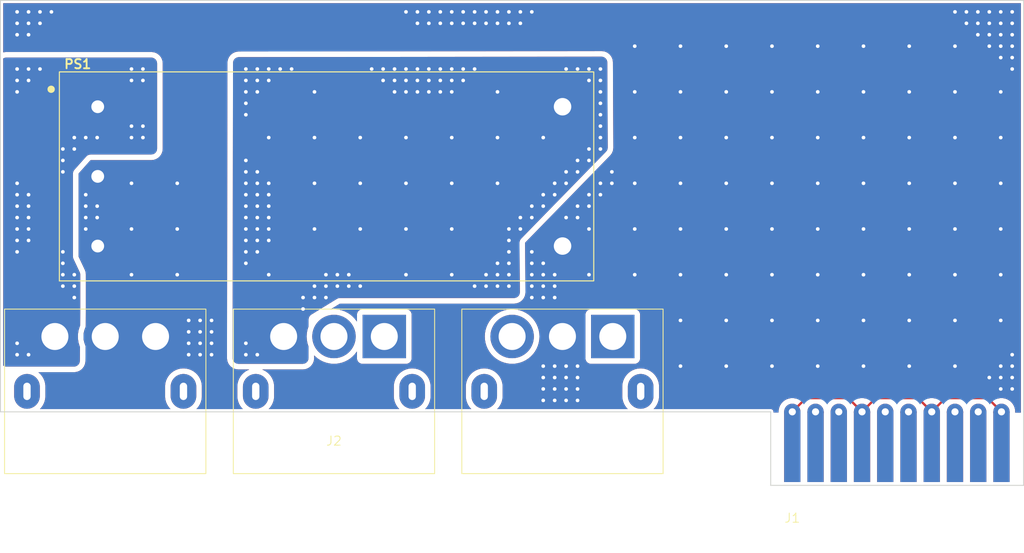
<source format=kicad_pcb>
(kicad_pcb (version 20240108) (generator "pcbnew") (generator_version "8.0")
  (layers (0 "F.Cu" signal) (31 "B.Cu" signal) (34 "B.Paste" user) (35 "F.Paste" user) (36 "B.SilkS" user "B.Silkscreen") (37 "F.SilkS" user "F.Silkscreen") (38 "B.Mask" user) (39 "F.Mask" user) (44 "Edge.Cuts" user))
  (net 0 "")
  (net 1 "GND1")
  (net 6 "/48v")
  (net 8 "GND2")
  (net 10 "/12v_1")
  (footprint "2024-power:Murata DCE0133V2NBC" (layer "F.Cu") (at 92.12 62.815)
    (property "Reference" "PS1" (at 2 -0.85 0) (layer "F.SilkS") (effects (font (thickness 0.2) (bold yes))))
    (property "Value" "DCE0133V2NBC")
    (fp_rect (start 0 22.86) (end 58.4 0) (stroke (width 0.12)) (fill none) (layer "F.SilkS"))
    (fp_circle (center -0.9 1.9) (end -0.7 1.9) (stroke (width 0.4)) (fill none) (layer "F.SilkS"))
    (pad "1" thru_hole rect (at 4.19 3.81) (size 2.1 2.1) (drill 1.4) (layers "*.Cu" "*.Mask") (net 6 "/48v"))
    (pad "2" thru_hole circle (at 4.19 11.43) (size 2.1 2.1) (drill 1.4) (layers "*.Cu" "*.Mask") (net 8 "GND2"))
    (pad "3" thru_hole circle (at 4.19 19.05) (size 2.1 2.1) (drill 1.4) (layers "*.Cu" "*.Mask") (net 8 "GND2"))
    (pad "4" thru_hole circle (at 54.99 19.05) (size 2.61 2.61) (drill 1.91) (layers "*.Cu" "*.Mask") (net 8 "GND2"))
    (pad "8" thru_hole circle (at 54.99 3.81) (size 2.61 2.61) (drill 1.91) (layers "*.Cu" "*.Mask") (net 10 "/12v_1"))
  )
  (footprint "2024-backplane:MR60PW-M_X3" (layer "F.Cu") (at 122.13 91.76)
    (property "Reference" "J2" (at 0 11.43 0) (layer "F.SilkS") (effects (font (thickness 0.1))))
    (property "Value" "~")
    (fp_rect (start -36 -3) (end -14 15) (stroke (width 0.1)) (fill none) (layer "F.SilkS"))
    (fp_rect (start -11 -3) (end 11 15) (stroke (width 0.1)) (fill none) (layer "F.SilkS"))
    (fp_rect (start 13.97 -3) (end 35.97 15) (stroke (width 0.1)) (fill none) (layer "F.SilkS"))
    (pad "" thru_hole oval (at -33.55 6) (size 2.8 3.8) (drill oval 0.8 1.9) (layers "*.Cu" "*.Mask"))
    (pad "" thru_hole oval (at -16.45 6) (size 2.8 3.8) (drill oval 0.8 1.9) (layers "*.Cu" "*.Mask"))
    (pad "" thru_hole oval (at -8.55 6) (size 2.8 3.8) (drill oval 0.8 1.9) (layers "*.Cu" "*.Mask"))
    (pad "" thru_hole oval (at 8.55 6) (size 2.8 3.8) (drill oval 0.8 1.9) (layers "*.Cu" "*.Mask"))
    (pad "" thru_hole oval (at 16.42 6) (size 2.8 3.8) (drill oval 0.8 1.9) (layers "*.Cu" "*.Mask"))
    (pad "" thru_hole oval (at 33.52 6) (size 2.8 3.8) (drill oval 0.8 1.9) (layers "*.Cu" "*.Mask"))
    (pad "1" thru_hole circle (at -30.5 0) (size 4.75 4.75) (drill 2.95) (layers "*.Cu" "*.Mask") (net 6 "/48v"))
    (pad "2" thru_hole circle (at -25 0) (size 4.75 4.75) (drill 2.95) (layers "*.Cu" "*.Mask") (net 8 "GND2"))
    (pad "3" thru_hole rect (at -19.5 0) (size 4.75 4.75) (drill 2.95) (layers "*.Cu" "*.Mask") (net 8 "GND2"))
    (pad "4" thru_hole circle (at -5.5 0) (size 4.75 4.75) (drill 2.95) (layers "*.Cu" "*.Mask") (net 10 "/12v_1"))
    (pad "5" thru_hole circle (at 0 0) (size 4.75 4.75) (drill 2.95) (layers "*.Cu" "*.Mask"))
    (pad "6" thru_hole rect (at 5.5 0) (size 4.75 4.75) (drill 2.95) (layers "*.Cu" "*.Mask"))
    (pad "7" thru_hole circle (at 19.47 0) (size 4.75 4.75) (drill 2.95) (layers "*.Cu" "*.Mask"))
    (pad "8" thru_hole circle (at 24.97 0) (size 4.75 4.75) (drill 2.95) (layers "*.Cu" "*.Mask") (net 8 "GND2"))
    (pad "9" thru_hole rect (at 30.47 0) (size 4.75 4.75) (drill 2.95) (layers "*.Cu" "*.Mask"))
  )
  (footprint "2024-backplane:CardEdge_2x10" (layer "F.Cu") (at 172.22 104)
    (property "Reference" "J1" (at 0 7.62 0) (layer "F.SilkS") (effects (font (thickness 0.1))))
    (property "Value" "Conn_01x10_Pin")
    (pad "1" thru_hole circle (at 0 -4 180) (size 1.78 1.78) (drill 0.78) (layers "*.Cu" "*.Mask") (net 1 "GND1"))
    (pad "1" smd rect (at 0 -0.17 180) (size 1.78 7.7) (layers "F.Cu" "F.Paste" "F.Mask") (net 1 "GND1"))
    (pad "1" smd rect (at 0 -0.17) (size 1.78 7.7) (layers "B.Cu" "B.Paste" "B.Mask") (net 1 "GND1"))
    (pad "2" thru_hole circle (at 2.54 -4 180) (size 1.78 1.78) (drill 0.78) (layers "*.Cu" "*.Mask"))
    (pad "2" smd rect (at 2.54 -0.17 180) (size 1.78 7.7) (layers "F.Cu" "F.Paste" "F.Mask"))
    (pad "2" smd rect (at 2.54 -0.17) (size 1.78 7.7) (layers "B.Cu" "B.Paste" "B.Mask"))
    (pad "3" thru_hole circle (at 5.08 -4 180) (size 1.78 1.78) (drill 0.78) (layers "*.Cu" "*.Mask"))
    (pad "3" smd rect (at 5.08 -0.17 180) (size 1.78 7.7) (layers "F.Cu" "F.Paste" "F.Mask"))
    (pad "3" smd rect (at 5.08 -0.17) (size 1.78 7.7) (layers "B.Cu" "B.Paste" "B.Mask"))
    (pad "4" thru_hole circle (at 7.62 -4 180) (size 1.78 1.78) (drill 0.78) (layers "*.Cu" "*.Mask") (net 1 "GND1"))
    (pad "4" smd rect (at 7.62 -0.17 180) (size 1.78 7.7) (layers "F.Cu" "F.Paste" "F.Mask") (net 1 "GND1"))
    (pad "4" smd rect (at 7.62 -0.17) (size 1.78 7.7) (layers "B.Cu" "B.Paste" "B.Mask") (net 1 "GND1"))
    (pad "5" thru_hole circle (at 10.16 -4 180) (size 1.78 1.78) (drill 0.78) (layers "*.Cu" "*.Mask"))
    (pad "5" smd rect (at 10.16 -0.17 180) (size 1.78 7.7) (layers "F.Cu" "F.Paste" "F.Mask"))
    (pad "5" smd rect (at 10.16 -0.17) (size 1.78 7.7) (layers "B.Cu" "B.Paste" "B.Mask"))
    (pad "6" thru_hole circle (at 12.7 -4 180) (size 1.78 1.78) (drill 0.78) (layers "*.Cu" "*.Mask"))
    (pad "6" smd rect (at 12.7 -0.17 180) (size 1.78 7.7) (layers "F.Cu" "F.Paste" "F.Mask"))
    (pad "6" smd rect (at 12.7 -0.17) (size 1.78 7.7) (layers "B.Cu" "B.Paste" "B.Mask"))
    (pad "7" thru_hole circle (at 15.24 -4 180) (size 1.78 1.78) (drill 0.78) (layers "*.Cu" "*.Mask") (net 1 "GND1"))
    (pad "7" smd rect (at 15.24 -0.17 180) (size 1.78 7.7) (layers "F.Cu" "F.Paste" "F.Mask") (net 1 "GND1"))
    (pad "7" smd rect (at 15.24 -0.17) (size 1.78 7.7) (layers "B.Cu" "B.Paste" "B.Mask") (net 1 "GND1"))
    (pad "8" thru_hole circle (at 17.78 -4 180) (size 1.78 1.78) (drill 0.78) (layers "*.Cu" "*.Mask"))
    (pad "8" smd rect (at 17.78 -0.17 180) (size 1.78 7.7) (layers "F.Cu" "F.Paste" "F.Mask"))
    (pad "8" smd rect (at 17.78 -0.17) (size 1.78 7.7) (layers "B.Cu" "B.Paste" "B.Mask"))
    (pad "9" thru_hole circle (at 20.32 -4 180) (size 1.78 1.78) (drill 0.78) (layers "*.Cu" "*.Mask"))
    (pad "9" smd rect (at 20.32 -0.17 180) (size 1.78 7.7) (layers "F.Cu" "F.Paste" "F.Mask"))
    (pad "9" smd rect (at 20.32 -0.17) (size 1.78 7.7) (layers "B.Cu" "B.Paste" "B.Mask"))
    (pad "10" thru_hole circle (at 22.86 -4 180) (size 1.78 1.78) (drill 0.78) (layers "*.Cu" "*.Mask") (net 1 "GND1"))
    (pad "10" smd rect (at 22.86 -0.17 180) (size 1.78 7.7) (layers "F.Cu" "F.Paste" "F.Mask") (net 1 "GND1"))
    (pad "10" smd rect (at 22.86 -0.17) (size 1.78 7.7) (layers "B.Cu" "B.Paste" "B.Mask") (net 1 "GND1"))
  )
  (gr_line (start 197.5 108.042) (end 169.86 108.042) (stroke (width 0.1)) (layer "Edge.Cuts"))
  (gr_line (start 197.5 108.042) (end 197.5 100) (stroke (width 0.1)) (layer "Edge.Cuts"))
  (gr_line (start 85.68 100) (end 85.68 55) (stroke (width 0.1)) (layer "Edge.Cuts"))
  (gr_line (start 85.68 55) (end 197.5 55) (stroke (width 0.1)) (layer "Edge.Cuts"))
  (gr_line (start 169.86 100) (end 85.68 100) (stroke (width 0.1)) (layer "Edge.Cuts"))
  (gr_line (start 197.5 100) (end 197.5 55) (stroke (width 0.1)) (layer "Edge.Cuts"))
  (gr_line (start 169.86 108.042) (end 169.86 100) (stroke (width 0.1)) (layer "Edge.Cuts"))
  (segment (start 193.58 98.5) (end 188.96 98.5) (width 0.25) (layer "F.Cu") (net 1))
  (segment (start 188.96 98.5) (end 187.46 100) (width 0.25) (layer "F.Cu") (net 1))
  (segment (start 185.96 98.5) (end 181.34 98.5) (width 0.25) (layer "F.Cu") (net 1))
  (segment (start 179.84 100) (end 178.34 98.5) (width 0.25) (layer "F.Cu") (net 1))
  (segment (start 195.08 100) (end 193.58 98.5) (width 0.25) (layer "F.Cu") (net 1))
  (segment (start 173.72 98.5) (end 172.22 100) (width 0.25) (layer "F.Cu") (net 1))
  (segment (start 187.46 100) (end 185.96 98.5) (width 0.25) (layer "F.Cu") (net 1))
  (segment (start 178.34 98.5) (end 173.72 98.5) (width 0.25) (layer "F.Cu") (net 1))
  (segment (start 181.34 98.5) (end 179.84 100) (width 0.25) (layer "F.Cu") (net 1))
  (via (at 88.75 63.75) (size 0.8) (drill 0.4) (layers "F.Cu" "B.Cu") (net 6))
  (via (at 92.5 86.25) (size 0.8) (drill 0.4) (layers "F.Cu" "B.Cu") (net 6))
  (via (at 93.75 71.25) (size 0.8) (drill 0.4) (layers "F.Cu" "B.Cu") (net 6))
  (via (at 88.75 78.75) (size 0.8) (drill 0.4) (layers "F.Cu" "B.Cu") (net 6))
  (via (at 88.75 77.5) (size 0.8) (drill 0.4) (layers "F.Cu" "B.Cu") (net 6))
  (via (at 87.5 93.75) (size 0.8) (drill 0.4) (layers "F.Cu" "B.Cu") (net 6))
  (via (at 87.5 76.25) (size 0.8) (drill 0.4) (layers "F.Cu" "B.Cu") (net 6))
  (via (at 101.25 68.75) (size 0.8) (drill 0.4) (layers "F.Cu" "B.Cu") (net 6))
  (via (at 100 63.75) (size 0.8) (drill 0.4) (layers "F.Cu" "B.Cu") (net 6))
  (via (at 87.5 65) (size 0.8) (drill 0.4) (layers "F.Cu" "B.Cu") (net 6))
  (via (at 88.75 76.25) (size 0.8) (drill 0.4) (layers "F.Cu" "B.Cu") (net 6))
  (via (at 101.25 62.5) (size 0.8) (drill 0.4) (layers "F.Cu" "B.Cu") (net 6))
  (via (at 92.5 82.5) (size 0.8) (drill 0.4) (layers "F.Cu" "B.Cu") (net 6))
  (via (at 87.5 77.5) (size 0.8) (drill 0.4) (layers "F.Cu" "B.Cu") (net 6))
  (via (at 87.5 75) (size 0.8) (drill 0.4) (layers "F.Cu" "B.Cu") (net 6))
  (via (at 90 62.5) (size 0.8) (drill 0.4) (layers "F.Cu" "B.Cu") (net 6))
  (via (at 93.75 70) (size 0.8) (drill 0.4) (layers "F.Cu" "B.Cu") (net 6))
  (via (at 93.75 87.5) (size 0.8) (drill 0.4) (layers "F.Cu" "B.Cu") (net 6))
  (via (at 88.75 93.75) (size 0.8) (drill 0.4) (layers "F.Cu" "B.Cu") (net 6))
  (via (at 101.25 70) (size 0.8) (drill 0.4) (layers "F.Cu" "B.Cu") (net 6))
  (via (at 87.5 63.75) (size 0.8) (drill 0.4) (layers "F.Cu" "B.Cu") (net 6))
  (via (at 95 70) (size 0.8) (drill 0.4) (layers "F.Cu" "B.Cu") (net 6))
  (via (at 87.5 78.75) (size 0.8) (drill 0.4) (layers "F.Cu" "B.Cu") (net 6))
  (via (at 88.75 62.5) (size 0.8) (drill 0.4) (layers "F.Cu" "B.Cu") (net 6))
  (via (at 87.5 81.25) (size 0.8) (drill 0.4) (layers "F.Cu" "B.Cu") (net 6))
  (via (at 87.5 80) (size 0.8) (drill 0.4) (layers "F.Cu" "B.Cu") (net 6))
  (via (at 92.5 73.75) (size 0.8) (drill 0.4) (layers "F.Cu" "B.Cu") (net 6))
  (via (at 96.25 70) (size 0.8) (drill 0.4) (layers "F.Cu" "B.Cu") (net 6))
  (via (at 88.75 80) (size 0.8) (drill 0.4) (layers "F.Cu" "B.Cu") (net 6))
  (via (at 87.5 82.5) (size 0.8) (drill 0.4) (layers "F.Cu" "B.Cu") (net 6))
  (via (at 87.5 62.5) (size 0.8) (drill 0.4) (layers "F.Cu" "B.Cu") (net 6))
  (via (at 92.5 72.5) (size 0.8) (drill 0.4) (layers "F.Cu" "B.Cu") (net 6))
  (via (at 100 62.5) (size 0.8) (drill 0.4) (layers "F.Cu" "B.Cu") (net 6))
  (via (at 92.5 85) (size 0.8) (drill 0.4) (layers "F.Cu" "B.Cu") (net 6))
  (via (at 100 70) (size 0.8) (drill 0.4) (layers "F.Cu" "B.Cu") (net 6))
  (via (at 93.75 85) (size 0.8) (drill 0.4) (layers "F.Cu" "B.Cu") (net 6))
  (via (at 92.5 71.25) (size 0.8) (drill 0.4) (layers "F.Cu" "B.Cu") (net 6))
  (via (at 93.75 86.25) (size 0.8) (drill 0.4) (layers "F.Cu" "B.Cu") (net 6))
  (via (at 87.5 92.5) (size 0.8) (drill 0.4) (layers "F.Cu" "B.Cu") (net 6))
  (via (at 100 68.75) (size 0.8) (drill 0.4) (layers "F.Cu" "B.Cu") (net 6))
  (via (at 88.75 81.25) (size 0.8) (drill 0.4) (layers "F.Cu" "B.Cu") (net 6))
  (via (at 92.5 83.75) (size 0.8) (drill 0.4) (layers "F.Cu" "B.Cu") (net 6))
  (via (at 101.25 63.75) (size 0.8) (drill 0.4) (layers "F.Cu" "B.Cu") (net 6))
  (via (at 196.25 97.5) (size 0.8) (drill 0.4) (layers "F.Cu" "B.Cu") (net 8))
  (via (at 185 70) (size 0.8) (drill 0.4) (layers "F.Cu" "B.Cu") (net 8))
  (via (at 150 77.5) (size 0.8) (drill 0.4) (layers "F.Cu" "B.Cu") (net 8))
  (via (at 175 60) (size 0.8) (drill 0.4) (layers "F.Cu" "B.Cu") (net 8))
  (via (at 145 97.5) (size 0.8) (drill 0.4) (layers "F.Cu" "B.Cu") (net 8))
  (via (at 196.25 58.75) (size 0.8) (drill 0.4) (layers "F.Cu" "B.Cu") (net 8))
  (via (at 106.25 90) (size 0.8) (drill 0.4) (layers "F.Cu" "B.Cu") (net 8))
  (via (at 196.25 62.5) (size 0.8) (drill 0.4) (layers "F.Cu" "B.Cu") (net 8))
  (via (at 180 70) (size 0.8) (drill 0.4) (layers "F.Cu" "B.Cu") (net 8))
  (via (at 165 65) (size 0.8) (drill 0.4) (layers "F.Cu" "B.Cu") (net 8))
  (via (at 146.25 85) (size 0.8) (drill 0.4) (layers "F.Cu" "B.Cu") (net 8))
  (via (at 147.5 98.75) (size 0.8) (drill 0.4) (layers "F.Cu" "B.Cu") (net 8))
  (via (at 195 97.5) (size 0.8) (drill 0.4) (layers "F.Cu" "B.Cu") (net 8))
  (via (at 155 80) (size 0.8) (drill 0.4) (layers "F.Cu" "B.Cu") (net 8))
  (via (at 180 75) (size 0.8) (drill 0.4) (layers "F.Cu" "B.Cu") (net 8))
  (via (at 155 75) (size 0.8) (drill 0.4) (layers "F.Cu" "B.Cu") (net 8))
  (via (at 146.25 97.5) (size 0.8) (drill 0.4) (layers "F.Cu" "B.Cu") (net 8))
  (via (at 142.5 56.25) (size 0.8) (drill 0.4) (layers "F.Cu" "B.Cu") (net 8))
  (via (at 190 56.25) (size 0.8) (drill 0.4) (layers "F.Cu" "B.Cu") (net 8))
  (via (at 185 85) (size 0.8) (drill 0.4) (layers "F.Cu" "B.Cu") (net 8))
  (via (at 170 95) (size 0.8) (drill 0.4) (layers "F.Cu" "B.Cu") (net 8))
  (via (at 185 80) (size 0.8) (drill 0.4) (layers "F.Cu" "B.Cu") (net 8))
  (via (at 108.75 90) (size 0.8) (drill 0.4) (layers "F.Cu" "B.Cu") (net 8))
  (via (at 148.75 96.25) (size 0.8) (drill 0.4) (layers "F.Cu" "B.Cu") (net 8))
  (via (at 155 85) (size 0.8) (drill 0.4) (layers "F.Cu" "B.Cu") (net 8))
  (via (at 195 75) (size 0.8) (drill 0.4) (layers "F.Cu" "B.Cu") (net 8))
  (via (at 185 95) (size 0.8) (drill 0.4) (layers "F.Cu" "B.Cu") (net 8))
  (via (at 141.25 56.25) (size 0.8) (drill 0.4) (layers "F.Cu" "B.Cu") (net 8))
  (via (at 152.5 73.75) (size 0.8) (drill 0.4) (layers "F.Cu" "B.Cu") (net 8))
  (via (at 90 56.25) (size 0.8) (drill 0.4) (layers "F.Cu" "B.Cu") (net 8))
  (via (at 185 65) (size 0.8) (drill 0.4) (layers "F.Cu" "B.Cu") (net 8))
  (via (at 100 75) (size 0.8) (drill 0.4) (layers "F.Cu" "B.Cu") (net 8))
  (via (at 136.25 56.25) (size 0.8) (drill 0.4) (layers "F.Cu" "B.Cu") (net 8))
  (via (at 195 65) (size 0.8) (drill 0.4) (layers "F.Cu" "B.Cu") (net 8))
  (via (at 175 85) (size 0.8) (drill 0.4) (layers "F.Cu" "B.Cu") (net 8))
  (via (at 108.75 92.5) (size 0.8) (drill 0.4) (layers "F.Cu" "B.Cu") (net 8))
  (via (at 105 75) (size 0.8) (drill 0.4) (layers "F.Cu" "B.Cu") (net 8))
  (via (at 196.25 95) (size 0.8) (drill 0.4) (layers "F.Cu" "B.Cu") (net 8))
  (via (at 193.75 57.5) (size 0.8) (drill 0.4) (layers "F.Cu" "B.Cu") (net 8))
  (via (at 146.25 96.25) (size 0.8) (drill 0.4) (layers "F.Cu" "B.Cu") (net 8))
  (via (at 195 70) (size 0.8) (drill 0.4) (layers "F.Cu" "B.Cu") (net 8))
  (via (at 196.25 57.5) (size 0.8) (drill 0.4) (layers "F.Cu" "B.Cu") (net 8))
  (via (at 165 70) (size 0.8) (drill 0.4) (layers "F.Cu" "B.Cu") (net 8))
  (via (at 180 85) (size 0.8) (drill 0.4) (layers "F.Cu" "B.Cu") (net 8))
  (via (at 196.25 93.75) (size 0.8) (drill 0.4) (layers "F.Cu" "B.Cu") (net 8))
  (via (at 195 96.25) (size 0.8) (drill 0.4) (layers "F.Cu" "B.Cu") (net 8))
  (via (at 143.75 56.25) (size 0.8) (drill 0.4) (layers "F.Cu" "B.Cu") (net 8))
  (via (at 190 90) (size 0.8) (drill 0.4) (layers "F.Cu" "B.Cu") (net 8))
  (via (at 136.25 57.5) (size 0.8) (drill 0.4) (layers "F.Cu" "B.Cu") (net 8))
  (via (at 107.5 92.5) (size 0.8) (drill 0.4) (layers "F.Cu" "B.Cu") (net 8))
  (via (at 87.5 58.75) (size 0.8) (drill 0.4) (layers "F.Cu" "B.Cu") (net 8))
  (via (at 135 56.25) (size 0.8) (drill 0.4) (layers "F.Cu" "B.Cu") (net 8))
  (via (at 141.25 57.5) (size 0.8) (drill 0.4) (layers "F.Cu" "B.Cu") (net 8))
  (via (at 143.75 87.5) (size 0.8) (drill 0.4) (layers "F.Cu" "B.Cu") (net 8))
  (via (at 195 60) (size 0.8) (drill 0.4) (layers "F.Cu" "B.Cu") (net 8))
  (via (at 195 56.25) (size 0.8) (drill 0.4) (layers "F.Cu" "B.Cu") (net 8))
  (via (at 147.5 78.75) (size 0.8) (drill 0.4) (layers "F.Cu" "B.Cu") (net 8))
  (via (at 175 65) (size 0.8) (drill 0.4) (layers "F.Cu" "B.Cu") (net 8))
  (via (at 190 65) (size 0.8) (drill 0.4) (layers "F.Cu" "B.Cu") (net 8))
  (via (at 88.75 58.75) (size 0.8) (drill 0.4) (layers "F.Cu" "B.Cu") (net 8))
  (via (at 150 76.25) (size 0.8) (drill 0.4) (layers "F.Cu" "B.Cu") (net 8))
  (via (at 170 85) (size 0.8) (drill 0.4) (layers "F.Cu" "B.Cu") (net 8))
  (via (at 140 57.5) (size 0.8) (drill 0.4) (layers "F.Cu" "B.Cu") (net 8))
  (via (at 135 57.5) (size 0.8) (drill 0.4) (layers "F.Cu" "B.Cu") (net 8))
  (via (at 190 95) (size 0.8) (drill 0.4) (layers "F.Cu" "B.Cu") (net 8))
  (via (at 175 70) (size 0.8) (drill 0.4) (layers "F.Cu" "B.Cu") (net 8))
  (via (at 100 85) (size 0.8) (drill 0.4) (layers "F.Cu" "B.Cu") (net 8))
  (via (at 193.75 60) (size 0.8) (drill 0.4) (layers "F.Cu" "B.Cu") (net 8))
  (via (at 95 77.5) (size 0.8) (drill 0.4) (layers "F.Cu" "B.Cu") (net 8))
  (via (at 143.75 86.25) (size 0.8) (drill 0.4) (layers "F.Cu" "B.Cu") (net 8))
  (via (at 88.75 56.25) (size 0.8) (drill 0.4) (layers "F.Cu" "B.Cu") (net 8))
  (via (at 165 95) (size 0.8) (drill 0.4) (layers "F.Cu" "B.Cu") (net 8))
  (via (at 165 90) (size 0.8) (drill 0.4) (layers "F.Cu" "B.Cu") (net 8))
  (via (at 196.25 96.25) (size 0.8) (drill 0.4) (layers "F.Cu" "B.Cu") (net 8))
  (via (at 107.5 93.75) (size 0.8) (drill 0.4) (layers "F.Cu" "B.Cu") (net 8))
  (via (at 170 60) (size 0.8) (drill 0.4) (layers "F.Cu" "B.Cu") (net 8))
  (via (at 195 95) (size 0.8) (drill 0.4) (layers "F.Cu" "B.Cu") (net 8))
  (via (at 165 60) (size 0.8) (drill 0.4) (layers "F.Cu" "B.Cu") (net 8))
  (via (at 165 75) (size 0.8) (drill 0.4) (layers "F.Cu" "B.Cu") (net 8))
  (via (at 140 56.25) (size 0.8) (drill 0.4) (layers "F.Cu" "B.Cu") (net 8))
  (via (at 180 80) (size 0.8) (drill 0.4) (layers "F.Cu" "B.Cu") (net 8))
  (via (at 170 65) (size 0.8) (drill 0.4) (layers "F.Cu" "B.Cu") (net 8))
  (via (at 193.75 58.75) (size 0.8) (drill 0.4) (layers "F.Cu" "B.Cu") (net 8))
  (via (at 191.25 56.25) (size 0.8) (drill 0.4) (layers "F.Cu" "B.Cu") (net 8))
  (via (at 133.75 57.5) (size 0.8) (drill 0.4) (layers "F.Cu" "B.Cu") (net 8))
  (via (at 131.25 56.25) (size 0.8) (drill 0.4) (layers "F.Cu" "B.Cu") (net 8))
  (via (at 180 95) (size 0.8) (drill 0.4) (layers "F.Cu" "B.Cu") (net 8))
  (via (at 175 90) (size 0.8) (drill 0.4) (layers "F.Cu" "B.Cu") (net 8))
  (via (at 155 60) (size 0.8) (drill 0.4) (layers "F.Cu" "B.Cu") (net 8))
  (via (at 108.75 91.25) (size 0.8) (drill 0.4) (layers "F.Cu" "B.Cu") (net 8))
  (via (at 185 90) (size 0.8) (drill 0.4) (layers "F.Cu" "B.Cu") (net 8))
  (via (at 95 80) (size 0.8) (drill 0.4) (layers "F.Cu" "B.Cu") (net 8))
  (via (at 95 76.25) (size 0.8) (drill 0.4) (layers "F.Cu" "B.Cu") (net 8))
  (via (at 185 75) (size 0.8) (drill 0.4) (layers "F.Cu" "B.Cu") (net 8))
  (via (at 96.25 77.5) (size 0.8) (drill 0.4) (layers "F.Cu" "B.Cu") (net 8))
  (via (at 196.25 56.25) (size 0.8) (drill 0.4) (layers "F.Cu" "B.Cu") (net 8))
  (via (at 145 83.75) (size 0.8) (drill 0.4) (layers "F.Cu" "B.Cu") (net 8))
  (via (at 148.75 95) (size 0.8) (drill 0.4) (layers "F.Cu" "B.Cu") (net 8))
  (via (at 160 70) (size 0.8) (drill 0.4) (layers "F.Cu" "B.Cu") (net 8))
  (via (at 133.75 56.25) (size 0.8) (drill 0.4) (layers "F.Cu" "B.Cu") (net 8))
  (via (at 132.5 57.5) (size 0.8) (drill 0.4) (layers "F.Cu" "B.Cu") (net 8))
  (via (at 196.25 60) (size 0.8) (drill 0.4) (layers "F.Cu" "B.Cu") (net 8))
  (via (at 147.5 95) (size 0.8) (drill 0.4) (layers "F.Cu" "B.Cu") (net 8))
  (via (at 190 70) (size 0.8) (drill 0.4) (layers "F.Cu" "B.Cu") (net 8))
  (via (at 160 85) (size 0.8) (drill 0.4) (layers "F.Cu" "B.Cu") (net 8))
  (via (at 155 70) (size 0.8) (drill 0.4) (layers "F.Cu" "B.Cu") (net 8))
  (via (at 137.5 56.25) (size 0.8) (drill 0.4) (layers "F.Cu" "B.Cu") (net 8))
  (via (at 165 85) (size 0.8) (drill 0.4) (layers "F.Cu" "B.Cu") (net 8))
  (via (at 150 85) (size 0.8) (drill 0.4) (layers "F.Cu" "B.Cu") (net 8))
  (via (at 87.5 56.25) (size 0.8) (drill 0.4) (layers "F.Cu" "B.Cu") (net 8))
  (via (at 131.25 57.5) (size 0.8) (drill 0.4) (layers "F.Cu" "B.Cu") (net 8))
  (via (at 148.75 97.5) (size 0.8) (drill 0.4) (layers "F.Cu" "B.Cu") (net 8))
  (via (at 180 65) (size 0.8) (drill 0.4) (layers "F.Cu" "B.Cu") (net 8))
  (via (at 148.75 78.75) (size 0.8) (drill 0.4) (layers "F.Cu" "B.Cu") (net 8))
  (via (at 88.75 57.5) (size 0.8) (drill 0.4) (layers "F.Cu" "B.Cu") (net 8))
  (via (at 196.25 61.25) (size 0.8) (drill 0.4) (layers "F.Cu" "B.Cu") (net 8))
  (via (at 190 85) (size 0.8) (drill 0.4) (layers "F.Cu" "B.Cu") (net 8))
  (via (at 147.5 96.25) (size 0.8) (drill 0.4) (layers "F.Cu" "B.Cu") (net 8))
  (via (at 180 90) (size 0.8) (drill 0.4) (layers "F.Cu" "B.Cu") (net 8))
  (via (at 195 61.25) (size 0.8) (drill 0.4) (layers "F.Cu" "B.Cu") (net 8))
  (via (at 160 80) (size 0.8) (drill 0.4) (layers "F.Cu" "B.Cu") (net 8))
  (via (at 160 60) (size 0.8) (drill 0.4) (layers "F.Cu" "B.Cu") (net 8))
  (via (at 155 65) (size 0.8) (drill 0.4) (layers "F.Cu" "B.Cu") (net 8))
  (via (at 195 80) (size 0.8) (drill 0.4) (layers "F.Cu" "B.Cu") (net 8))
  (via (at 193.75 56.25) (size 0.8) (drill 0.4) (layers "F.Cu" "B.Cu") (net 8))
  (via (at 195 90) (size 0.8) (drill 0.4) (layers "F.Cu" "B.Cu") (net 8))
  (via (at 90 57.5) (size 0.8) (drill 0.4) (layers "F.Cu" "B.Cu") (net 8))
  (via (at 145 96.25) (size 0.8) (drill 0.4) (layers "F.Cu" "B.Cu") (net 8))
  (via (at 165 80) (size 0.8) (drill 0.4) (layers "F.Cu" "B.Cu") (net 8))
  (via (at 95 78.75) (size 0.8) (drill 0.4) (layers "F.Cu" "B.Cu") (net 8))
  (via (at 105 80) (size 0.8) (drill 0.4) (layers "F.Cu" "B.Cu") (net 8))
  (via (at 193.75 96.25) (size 0.8) (drill 0.4) (layers "F.Cu" "B.Cu") (net 8))
  (via (at 170 75) (size 0.8) (drill 0.4) (layers "F.Cu" "B.Cu") (net 8))
  (via (at 143.75 85) (size 0.8) (drill 0.4) (layers "F.Cu" "B.Cu") (net 8))
  (via (at 195 57.5) (size 0.8) (drill 0.4) (layers "F.Cu" "B.Cu") (net 8))
  (via (at 175 95) (size 0.8) (drill 0.4) (layers "F.Cu" "B.Cu") (net 8))
  (via (at 142.5 57.5) (size 0.8) (drill 0.4) (layers "F.Cu" "B.Cu") (net 8))
  (via (at 146.25 87.5) (size 0.8) (drill 0.4) (layers "F.Cu" "B.Cu") (net 8))
  (via (at 137.5 57.5) (size 0.8) (drill 0.4) (layers "F.Cu" "B.Cu") (net 8))
  (via (at 175 75) (size 0.8) (drill 0.4) (layers "F.Cu" "B.Cu") (net 8))
  (via (at 192.5 58.75) (size 0.8) (drill 0.4) (layers "F.Cu" "B.Cu") (net 8))
  (via (at 107.5 90) (size 0.8) (drill 0.4) (layers "F.Cu" "B.Cu") (net 8))
  (via (at 145 95) (size 0.8) (drill 0.4) (layers "F.Cu" "B.Cu") (net 8))
  (via (at 192.5 57.5) (size 0.8) (drill 0.4) (layers "F.Cu" "B.Cu") (net 8))
  (via (at 138.75 57.5) (size 0.8) (drill 0.4) (layers "F.Cu" "B.Cu") (net 8))
  (via (at 151.25 76.25) (size 0.8) (drill 0.4) (layers "F.Cu" "B.Cu") (net 8))
  (via (at 180 60) (size 0.8) (drill 0.4) (layers "F.Cu" "B.Cu") (net 8))
  (via (at 143.75 83.75) (size 0.8) (drill 0.4) (layers "F.Cu" "B.Cu") (net 8))
  (via (at 150 80) (size 0.8) (drill 0.4) (layers "F.Cu" "B.Cu") (net 8))
  (via (at 132.5 56.25) (size 0.8) (drill 0.4) (layers "F.Cu" "B.Cu") (net 8))
  (via (at 190 75) (size 0.8) (drill 0.4) (layers "F.Cu" "B.Cu") (net 8))
  (via (at 175 80) (size 0.8) (drill 0.4) (layers "F.Cu" "B.Cu") (net 8))
  (via (at 160 65) (size 0.8) (drill 0.4) (layers "F.Cu" "B.Cu") (net 8))
  (via (at 96.25 78.75) (size 0.8) (drill 0.4) (layers "F.Cu" "B.Cu") (net 8))
  (via (at 191.25 57.5) (size 0.8) (drill 0.4) (layers "F.Cu" "B.Cu") (net 8))
  (via (at 145 87.5) (size 0.8) (drill 0.4) (layers "F.Cu" "B.Cu") (net 8))
  (via (at 108.75 93.75) (size 0.8) (drill 0.4) (layers "F.Cu" "B.Cu") (net 8))
  (via (at 146.25 98.75) (size 0.8) (drill 0.4) (layers "F.Cu" "B.Cu") (net 8))
  (via (at 106.25 93.75) (size 0.8) (drill 0.4) (layers "F.Cu" "B.Cu") (net 8))
  (via (at 106.25 91.25) (size 0.8) (drill 0.4) (layers "F.Cu" "B.Cu") (net 8))
  (via (at 160 90) (size 0.8) (drill 0.4) (layers "F.Cu" "B.Cu") (net 8))
  (via (at 100 80) (size 0.8) (drill 0.4) (layers "F.Cu" "B.Cu") (net 8))
  (via (at 107.5 91.25) (size 0.8) (drill 0.4) (layers "F.Cu" "B.Cu") (net 8))
  (via (at 148.75 77.5) (size 0.8) (drill 0.4) (layers "F.Cu" "B.Cu") (net 8))
  (via (at 87.5 57.5) (size 0.8) (drill 0.4) (layers "F.Cu" "B.Cu") (net 8))
  (via (at 195 58.75) (size 0.8) (drill 0.4) (layers "F.Cu" "B.Cu") (net 8))
  (via (at 147.5 97.5) (size 0.8) (drill 0.4) (layers "F.Cu" "B.Cu") (net 8))
  (via (at 145 86.25) (size 0.8) (drill 0.4) (layers "F.Cu" "B.Cu") (net 8))
  (via (at 105 85) (size 0.8) (drill 0.4) (layers "F.Cu" "B.Cu") (net 8))
  (via (at 151.25 75) (size 0.8) (drill 0.4) (layers "F.Cu" "B.Cu") (net 8))
  (via (at 145 98.75) (size 0.8) (drill 0.4) (layers "F.Cu" "B.Cu") (net 8))
  (via (at 170 80) (size 0.8) (drill 0.4) (layers "F.Cu" "B.Cu") (net 8))
  (via (at 91.25 56.25) (size 0.8) (drill 0.4) (layers "F.Cu" "B.Cu") (net 8))
  (via (at 130 56.25) (size 0.8) (drill 0.4) (layers "F.Cu" "B.Cu") (net 8))
  (via (at 146.25 95) (size 0.8) (drill 0.4) (layers "F.Cu" "B.Cu") (net 8))
  (via (at 138.75 56.25) (size 0.8) (drill 0.4) (layers "F.Cu" "B.Cu") (net 8))
  (via (at 148.75 98.75) (size 0.8) (drill 0.4) (layers "F.Cu" "B.Cu") (net 8))
  (via (at 145 85) (size 0.8) (drill 0.4) (layers "F.Cu" "B.Cu") (net 8))
  (via (at 143.75 82.5) (size 0.8) (drill 0.4) (layers "F.Cu" "B.Cu") (net 8))
  (via (at 146.25 86.25) (size 0.8) (drill 0.4) (layers "F.Cu" "B.Cu") (net 8))
  (via (at 195 85) (size 0.8) (drill 0.4) (layers "F.Cu" "B.Cu") (net 8))
  (via (at 190 60) (size 0.8) (drill 0.4) (layers "F.Cu" "B.Cu") (net 8))
  (via (at 170 90) (size 0.8) (drill 0.4) (layers "F.Cu" "B.Cu") (net 8))
  (via (at 106.25 92.5) (size 0.8) (drill 0.4) (layers "F.Cu" "B.Cu") (net 8))
  (via (at 160 75) (size 0.8) (drill 0.4) (layers "F.Cu" "B.Cu") (net 8))
  (via (at 190 80) (size 0.8) (drill 0.4) (layers "F.Cu" "B.Cu") (net 8))
  (via (at 160 95) (size 0.8) (drill 0.4) (layers "F.Cu" "B.Cu") (net 8))
  (via (at 192.5 56.25) (size 0.8) (drill 0.4) (layers "F.Cu" "B.Cu") (net 8))
  (via (at 170 70) (size 0.8) (drill 0.4) (layers "F.Cu" "B.Cu") (net 8))
  (via (at 152.5 75) (size 0.8) (drill 0.4) (layers "F.Cu" "B.Cu") (net 8))
  (via (at 185 60) (size 0.8) (drill 0.4) (layers "F.Cu" "B.Cu") (net 8))
  (via (at 126.25 62.5) (size 0.8) (drill 0.4) (layers "F.Cu" "B.Cu") (net 10))
  (via (at 147.5 75) (size 0.8) (drill 0.4) (layers "F.Cu" "B.Cu") (net 10))
  (via (at 115 76.25) (size 0.8) (drill 0.4) (layers "F.Cu" "B.Cu") (net 10))
  (via (at 141.25 86.25) (size 0.8) (drill 0.4) (layers "F.Cu" "B.Cu") (net 10))
  (via (at 140 83.75) (size 0.8) (drill 0.4) (layers "F.Cu" "B.Cu") (net 10))
  (via (at 127.5 62.5) (size 0.8) (drill 0.4) (layers "F.Cu" "B.Cu") (net 10))
  (via (at 132.5 65) (size 0.8) (drill 0.4) (layers "F.Cu" "B.Cu") (net 10))
  (via (at 120 80) (size 0.8) (drill 0.4) (layers "F.Cu" "B.Cu") (net 10))
  (via (at 113.75 78.75) (size 0.8) (drill 0.4) (layers "F.Cu" "B.Cu") (net 10))
  (via (at 147.5 73.75) (size 0.8) (drill 0.4) (layers "F.Cu" "B.Cu") (net 10))
  (via (at 138.75 86.25) (size 0.8) (drill 0.4) (layers "F.Cu" "B.Cu") (net 10))
  (via (at 135 63.75) (size 0.8) (drill 0.4) (layers "F.Cu" "B.Cu") (net 10))
  (via (at 140 86.25) (size 0.8) (drill 0.4) (layers "F.Cu" "B.Cu") (net 10))
  (via (at 135 80) (size 0.8) (drill 0.4) (layers "F.Cu" "B.Cu") (net 10))
  (via (at 115 85) (size 0.8) (drill 0.4) (layers "F.Cu" "B.Cu") (net 10))
  (via (at 113.75 63.75) (size 0.8) (drill 0.4) (layers "F.Cu" "B.Cu") (net 10))
  (via (at 112.5 75) (size 0.8) (drill 0.4) (layers "F.Cu" "B.Cu") (net 10))
  (via (at 113.75 75) (size 0.8) (drill 0.4) (layers "F.Cu" "B.Cu") (net 10))
  (via (at 150 63.75) (size 0.8) (drill 0.4) (layers "F.Cu" "B.Cu") (net 10))
  (via (at 112.5 82.5) (size 0.8) (drill 0.4) (layers "F.Cu" "B.Cu") (net 10))
  (via (at 123.75 85) (size 0.8) (drill 0.4) (layers "F.Cu" "B.Cu") (net 10))
  (via (at 151.25 66.25) (size 0.8) (drill 0.4) (layers "F.Cu" "B.Cu") (net 10))
  (via (at 136.25 62.5) (size 0.8) (drill 0.4) (layers "F.Cu" "B.Cu") (net 10))
  (via (at 112.5 80) (size 0.8) (drill 0.4) (layers "F.Cu" "B.Cu") (net 10))
  (via (at 151.25 65) (size 0.8) (drill 0.4) (layers "F.Cu" "B.Cu") (net 10))
  (via (at 115 77.5) (size 0.8) (drill 0.4) (layers "F.Cu" "B.Cu") (net 10))
  (via (at 113.75 62.5) (size 0.8) (drill 0.4) (layers "F.Cu" "B.Cu") (net 10))
  (via (at 135 62.5) (size 0.8) (drill 0.4) (layers "F.Cu" "B.Cu") (net 10))
  (via (at 135 70) (size 0.8) (drill 0.4) (layers "F.Cu" "B.Cu") (net 10))
  (via (at 151.25 63.75) (size 0.8) (drill 0.4) (layers "F.Cu" "B.Cu") (net 10))
  (via (at 130 65) (size 0.8) (drill 0.4) (layers "F.Cu" "B.Cu") (net 10))
  (via (at 142.5 80) (size 0.8) (drill 0.4) (layers "F.Cu" "B.Cu") (net 10))
  (via (at 151.25 67.5) (size 0.8) (drill 0.4) (layers "F.Cu" "B.Cu") (net 10))
  (via (at 141.25 82.5) (size 0.8) (drill 0.4) (layers "F.Cu" "B.Cu") (net 10))
  (via (at 115 70) (size 0.8) (drill 0.4) (layers "F.Cu" "B.Cu") (net 10))
  (via (at 112.5 81.25) (size 0.8) (drill 0.4) (layers "F.Cu" "B.Cu") (net 10))
  (via (at 140 85) (size 0.8) (drill 0.4) (layers "F.Cu" "B.Cu") (net 10))
  (via (at 132.5 63.75) (size 0.8) (drill 0.4) (layers "F.Cu" "B.Cu") (net 10))
  (via (at 128.75 65) (size 0.8) (drill 0.4) (layers "F.Cu" "B.Cu") (net 10))
  (via (at 112.5 92.5) (size 0.8) (drill 0.4) (layers "F.Cu" "B.Cu") (net 10))
  (via (at 127.5 63.75) (size 0.8) (drill 0.4) (layers "F.Cu" "B.Cu") (net 10))
  (via (at 145 77.5) (size 0.8) (drill 0.4) (layers "F.Cu" "B.Cu") (net 10))
  (via (at 143.75 77.5) (size 0.8) (drill 0.4) (layers "F.Cu" "B.Cu") (net 10))
  (via (at 113.75 81.25) (size 0.8) (drill 0.4) (layers "F.Cu" "B.Cu") (net 10))
  (via (at 120 86.25) (size 0.8) (drill 0.4) (layers "F.Cu" "B.Cu") (net 10))
  (via (at 118.75 88.75) (size 0.8) (drill 0.4) (layers "F.Cu" "B.Cu") (net 10))
  (via (at 141.25 81.25) (size 0.8) (drill 0.4) (layers "F.Cu" "B.Cu") (net 10))
  (via (at 148.75 72.5) (size 0.8) (drill 0.4) (layers "F.Cu" "B.Cu") (net 10))
  (via (at 137.5 62.5) (size 0.8) (drill 0.4) (layers "F.Cu" "B.Cu") (net 10))
  (via (at 122.5 86.25) (size 0.8) (drill 0.4) (layers "F.Cu" "B.Cu") (net 10))
  (via (at 142.5 78.75) (size 0.8) (drill 0.4) (layers "F.Cu" "B.Cu") (net 10))
  (via (at 146.25 75) (size 0.8) (drill 0.4) (layers "F.Cu" "B.Cu") (net 10))
  (via (at 140 65) (size 0.8) (drill 0.4) (layers "F.Cu" "B.Cu") (net 10))
  (via (at 113.75 76.25) (size 0.8) (drill 0.4) (layers "F.Cu" "B.Cu") (net 10))
  (via (at 112.5 72.5) (size 0.8) (drill 0.4) (layers "F.Cu" "B.Cu") (net 10))
  (via (at 122.5 85) (size 0.8) (drill 0.4) (layers "F.Cu" "B.Cu") (net 10))
  (via (at 120 65) (size 0.8) (drill 0.4) (layers "F.Cu" "B.Cu") (net 10))
  (via (at 135 75) (size 0.8) (drill 0.4) (layers "F.Cu" "B.Cu") (net 10))
  (via (at 136.25 63.75) (size 0.8) (drill 0.4) (layers "F.Cu" "B.Cu") (net 10))
  (via (at 128.75 62.5) (size 0.8) (drill 0.4) (layers "F.Cu" "B.Cu") (net 10))
  (via (at 113.75 77.5) (size 0.8) (drill 0.4) (layers "F.Cu" "B.Cu") (net 10))
  (via (at 145 76.25) (size 0.8) (drill 0.4) (layers "F.Cu" "B.Cu") (net 10))
  (via (at 135 85) (size 0.8) (drill 0.4) (layers "F.Cu" "B.Cu") (net 10))
  (via (at 112.5 78.75) (size 0.8) (drill 0.4) (layers "F.Cu" "B.Cu") (net 10))
  (via (at 112.5 83.75) (size 0.8) (drill 0.4) (layers "F.Cu" "B.Cu") (net 10))
  (via (at 121.25 86.25) (size 0.8) (drill 0.4) (layers "F.Cu" "B.Cu") (net 10))
  (via (at 143.75 78.75) (size 0.8) (drill 0.4) (layers "F.Cu" "B.Cu") (net 10))
  (via (at 112.5 73.75) (size 0.8) (drill 0.4) (layers "F.Cu" "B.Cu") (net 10))
  (via (at 130 63.75) (size 0.8) (drill 0.4) (layers "F.Cu" "B.Cu") (net 10))
  (via (at 133.75 63.75) (size 0.8) (drill 0.4) (layers "F.Cu" "B.Cu") (net 10))
  (via (at 112.5 66.25) (size 0.8) (drill 0.4) (layers "F.Cu" "B.Cu") (net 10))
  (via (at 112.5 77.5) (size 0.8) (drill 0.4) (layers "F.Cu" "B.Cu") (net 10))
  (via (at 150 71.25) (size 0.8) (drill 0.4) (layers "F.Cu" "B.Cu") (net 10))
  (via (at 146.25 76.25) (size 0.8) (drill 0.4) (layers "F.Cu" "B.Cu") (net 10))
  (via (at 131.25 62.5) (size 0.8) (drill 0.4) (layers "F.Cu" "B.Cu") (net 10))
  (via (at 132.5 62.5) (size 0.8) (drill 0.4) (layers "F.Cu" "B.Cu") (net 10))
  (via (at 113.75 65) (size 0.8) (drill 0.4) (layers "F.Cu" "B.Cu") (net 10))
  (via (at 128.75 63.75) (size 0.8) (drill 0.4) (layers "F.Cu" "B.Cu") (net 10))
  (via (at 113.75 73.75) (size 0.8) (drill 0.4) (layers "F.Cu" "B.Cu") (net 10))
  (via (at 145 70) (size 0.8) (drill 0.4) (layers "F.Cu" "B.Cu") (net 10))
  (via (at 115 62.5) (size 0.8) (drill 0.4) (layers "F.Cu" "B.Cu") (net 10))
  (via (at 133.75 65) (size 0.8) (drill 0.4) (layers "F.Cu" "B.Cu") (net 10))
  (via (at 112.5 93.75) (size 0.8) (drill 0.4) (layers "F.Cu" "B.Cu") (net 10))
  (via (at 133.75 62.5) (size 0.8) (drill 0.4) (layers "F.Cu" "B.Cu") (net 10))
  (via (at 138.75 85) (size 0.8) (drill 0.4) (layers "F.Cu" "B.Cu") (net 10))
  (via (at 125 75) (size 0.8) (drill 0.4) (layers "F.Cu" "B.Cu") (net 10))
  (via (at 120 87.5) (size 0.8) (drill 0.4) (layers "F.Cu" "B.Cu") (net 10))
  (via (at 148.75 73.75) (size 0.8) (drill 0.4) (layers "F.Cu" "B.Cu") (net 10))
  (via (at 125 80) (size 0.8) (drill 0.4) (layers "F.Cu" "B.Cu") (net 10))
  (via (at 150 72.5) (size 0.8) (drill 0.4) (layers "F.Cu" "B.Cu") (net 10))
  (via (at 117.5 62.5) (size 0.8) (drill 0.4) (layers "F.Cu" "B.Cu") (net 10))
  (via (at 120 75) (size 0.8) (drill 0.4) (layers "F.Cu" "B.Cu") (net 10))
  (via (at 147.5 62.5) (size 0.8) (drill 0.4) (layers "F.Cu" "B.Cu") (net 10))
  (via (at 137.5 86.25) (size 0.8) (drill 0.4) (layers "F.Cu" "B.Cu") (net 10))
  (via (at 115 63.75) (size 0.8) (drill 0.4) (layers "F.Cu" "B.Cu") (net 10))
  (via (at 151.25 68.75) (size 0.8) (drill 0.4) (layers "F.Cu" "B.Cu") (net 10))
  (via (at 131.25 63.75) (size 0.8) (drill 0.4) (layers "F.Cu" "B.Cu") (net 10))
  (via (at 141.25 83.75) (size 0.8) (drill 0.4) (layers "F.Cu" "B.Cu") (net 10))
  (via (at 150 62.5) (size 0.8) (drill 0.4) (layers "F.Cu" "B.Cu") (net 10))
  (via (at 151.25 62.5) (size 0.8) (drill 0.4) (layers "F.Cu" "B.Cu") (net 10))
  (via (at 135 65) (size 0.8) (drill 0.4) (layers "F.Cu" "B.Cu") (net 10))
  (via (at 130 62.5) (size 0.8) (drill 0.4) (layers "F.Cu" "B.Cu") (net 10))
  (via (at 112.5 65) (size 0.8) (drill 0.4) (layers "F.Cu" "B.Cu") (net 10))
  (via (at 120 70) (size 0.8) (drill 0.4) (layers "F.Cu" "B.Cu") (net 10))
  (via (at 131.25 65) (size 0.8) (drill 0.4) (layers "F.Cu" "B.Cu") (net 10))
  (via (at 116.25 62.5) (size 0.8) (drill 0.4) (layers "F.Cu" "B.Cu") (net 10))
  (via (at 115 78.75) (size 0.8) (drill 0.4) (layers "F.Cu" "B.Cu") (net 10))
  (via (at 125 70) (size 0.8) (drill 0.4) (layers "F.Cu" "B.Cu") (net 10))
  (via (at 118.75 87.5) (size 0.8) (drill 0.4) (layers "F.Cu" "B.Cu") (net 10))
  (via (at 151.25 71.25) (size 0.8) (drill 0.4) (layers "F.Cu" "B.Cu") (net 10))
  (via (at 130 85) (size 0.8) (drill 0.4) (layers "F.Cu" "B.Cu") (net 10))
  (via (at 112.5 67.5) (size 0.8) (drill 0.4) (layers "F.Cu" "B.Cu") (net 10))
  (via (at 130 75) (size 0.8) (drill 0.4) (layers "F.Cu" "B.Cu") (net 10))
  (via (at 112.5 63.75) (size 0.8) (drill 0.4) (layers "F.Cu" "B.Cu") (net 10))
  (via (at 121.25 87.5) (size 0.8) (drill 0.4) (layers "F.Cu" "B.Cu") (net 10))
  (via (at 130 80) (size 0.8) (drill 0.4) (layers "F.Cu" "B.Cu") (net 10))
  (via (at 140 70) (size 0.8) (drill 0.4) (layers "F.Cu" "B.Cu") (net 10))
  (via (at 112.5 62.5) (size 0.8) (drill 0.4) (layers "F.Cu" "B.Cu") (net 10))
  (via (at 115 80) (size 0.8) (drill 0.4) (layers "F.Cu" "B.Cu") (net 10))
  (via (at 113.75 82.5) (size 0.8) (drill 0.4) (layers "F.Cu" "B.Cu") (net 10))
  (via (at 125 86.25) (size 0.8) (drill 0.4) (layers "F.Cu" "B.Cu") (net 10))
  (via (at 141.25 85) (size 0.8) (drill 0.4) (layers "F.Cu" "B.Cu") (net 10))
  (via (at 148.75 62.5) (size 0.8) (drill 0.4) (layers "F.Cu" "B.Cu") (net 10))
  (via (at 115 81.25) (size 0.8) (drill 0.4) (layers "F.Cu" "B.Cu") (net 10))
  (via (at 121.25 85) (size 0.8) (drill 0.4) (layers "F.Cu" "B.Cu") (net 10))
  (via (at 130 70) (size 0.8) (drill 0.4) (layers "F.Cu" "B.Cu") (net 10))
  (via (at 140 75) (size 0.8) (drill 0.4) (layers "F.Cu" "B.Cu") (net 10))
  (via (at 151.25 70) (size 0.8) (drill 0.4) (layers "F.Cu" "B.Cu") (net 10))
  (via (at 115 75) (size 0.8) (drill 0.4) (layers "F.Cu" "B.Cu") (net 10))
  (via (at 112.5 76.25) (size 0.8) (drill 0.4) (layers "F.Cu" "B.Cu") (net 10))
  (via (at 113.75 80) (size 0.8) (drill 0.4) (layers "F.Cu" "B.Cu") (net 10))
  (via (at 113.75 93.75) (size 0.8) (drill 0.4) (layers "F.Cu" "B.Cu") (net 10))
  (via (at 123.75 86.25) (size 0.8) (drill 0.4) (layers "F.Cu" "B.Cu") (net 10))
  (via (at 141.25 80) (size 0.8) (drill 0.4) (layers "F.Cu" "B.Cu") (net 10))
  (zone (net 10) (net_name "/12v_1") (layers "F&B.Cu") (name "Ground Pour") (priority 2) (connect_pads yes (clearance 0.60906)) (min_thickness 0.0254) (fill yes (thermal_gap 0.6096) (thermal_bridge_width 0.6096) (smoothing fillet) (radius 0.635))
    (polygon (pts (xy 111.1 61.2) (xy 111.05 94.75) (xy 119.35 94.75) (xy 119.35 89.55) (xy 122.6 87.55) (xy 142.45 87.55) (xy 142.4 81.25) (xy 152.05 71.35) (xy 152 61.15)))
  )
  (zone (net 8) (net_name "GND2") (layers "F&B.Cu") (name "Ground Pour") (connect_pads yes (clearance 0.6096)) (min_thickness 0.0254) (fill yes (thermal_gap 0.6096) (thermal_bridge_width 0.6096) (smoothing fillet) (radius 0.635))
    (polygon (pts (xy 85.6875 55.03125) (xy 85.6875 100.03125) (xy 197.53125 100.09375) (xy 197.53125 55.03125)))
  )
  (zone (net 6) (net_name "/48v") (layers "F&B.Cu") (name "Ground Pour") (priority 1) (connect_pads yes (clearance 0.6096)) (min_thickness 0.0254) (fill yes (thermal_gap 0.6096) (thermal_bridge_width 0.6096) (smoothing fillet) (radius 0.635))
    (polygon (pts (xy 102.8 61.25) (xy 85.65 61.25) (xy 85.7 95.05) (xy 94.35 95.05) (xy 94.4 89.15) (xy 94.4 84.85) (xy 93.6 83.15) (xy 93.6 73.7) (xy 95.25 71.85) (xy 102.8 71.85)))
  )
)
</source>
